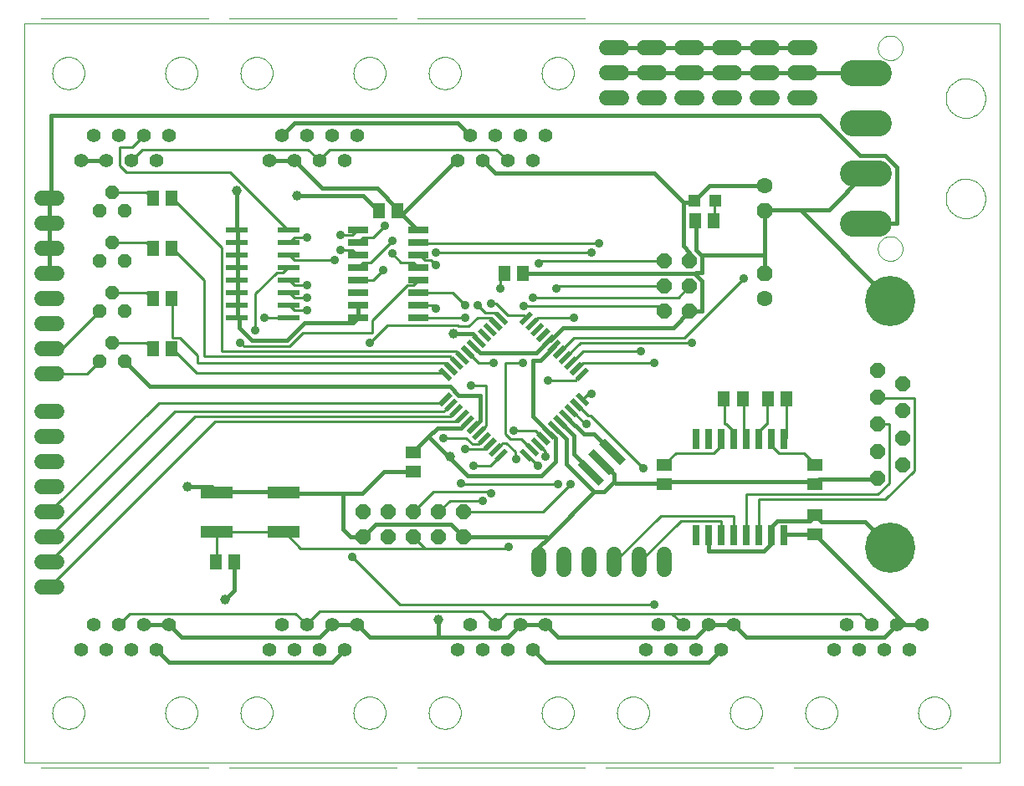
<source format=gtl>
G75*
%MOIN*%
%OFA0B0*%
%FSLAX24Y24*%
%IPPOS*%
%LPD*%
%AMOC8*
5,1,8,0,0,1.08239X$1,22.5*
%
%ADD10C,0.0000*%
%ADD11R,0.1181X0.0315*%
%ADD12R,0.0260X0.0800*%
%ADD13R,0.0591X0.0512*%
%ADD14R,0.0512X0.0591*%
%ADD15OC8,0.0600*%
%ADD16C,0.1024*%
%ADD17R,0.0800X0.0260*%
%ADD18R,0.1260X0.0472*%
%ADD19C,0.0004*%
%ADD20C,0.0554*%
%ADD21C,0.2000*%
%ADD22C,0.0600*%
%ADD23OC8,0.0630*%
%ADD24C,0.0630*%
%ADD25R,0.0591X0.0197*%
%ADD26R,0.0197X0.0591*%
%ADD27OC8,0.0520*%
%ADD28R,0.0866X0.0236*%
%ADD29R,0.0472X0.0472*%
%ADD30C,0.0160*%
%ADD31C,0.0396*%
%ADD32C,0.0100*%
%ADD33C,0.0357*%
D10*
X000150Y001204D02*
X000150Y030700D01*
X039020Y030700D01*
X039020Y001204D01*
X000150Y001204D01*
X001260Y003204D02*
X001262Y003254D01*
X001268Y003304D01*
X001278Y003353D01*
X001291Y003402D01*
X001309Y003449D01*
X001330Y003495D01*
X001354Y003538D01*
X001382Y003580D01*
X001413Y003620D01*
X001447Y003657D01*
X001484Y003691D01*
X001524Y003722D01*
X001566Y003750D01*
X001609Y003774D01*
X001655Y003795D01*
X001702Y003813D01*
X001751Y003826D01*
X001800Y003836D01*
X001850Y003842D01*
X001900Y003844D01*
X001950Y003842D01*
X002000Y003836D01*
X002049Y003826D01*
X002098Y003813D01*
X002145Y003795D01*
X002191Y003774D01*
X002234Y003750D01*
X002276Y003722D01*
X002316Y003691D01*
X002353Y003657D01*
X002387Y003620D01*
X002418Y003580D01*
X002446Y003538D01*
X002470Y003495D01*
X002491Y003449D01*
X002509Y003402D01*
X002522Y003353D01*
X002532Y003304D01*
X002538Y003254D01*
X002540Y003204D01*
X002538Y003154D01*
X002532Y003104D01*
X002522Y003055D01*
X002509Y003006D01*
X002491Y002959D01*
X002470Y002913D01*
X002446Y002870D01*
X002418Y002828D01*
X002387Y002788D01*
X002353Y002751D01*
X002316Y002717D01*
X002276Y002686D01*
X002234Y002658D01*
X002191Y002634D01*
X002145Y002613D01*
X002098Y002595D01*
X002049Y002582D01*
X002000Y002572D01*
X001950Y002566D01*
X001900Y002564D01*
X001850Y002566D01*
X001800Y002572D01*
X001751Y002582D01*
X001702Y002595D01*
X001655Y002613D01*
X001609Y002634D01*
X001566Y002658D01*
X001524Y002686D01*
X001484Y002717D01*
X001447Y002751D01*
X001413Y002788D01*
X001382Y002828D01*
X001354Y002870D01*
X001330Y002913D01*
X001309Y002959D01*
X001291Y003006D01*
X001278Y003055D01*
X001268Y003104D01*
X001262Y003154D01*
X001260Y003204D01*
X005760Y003204D02*
X005762Y003254D01*
X005768Y003304D01*
X005778Y003353D01*
X005791Y003402D01*
X005809Y003449D01*
X005830Y003495D01*
X005854Y003538D01*
X005882Y003580D01*
X005913Y003620D01*
X005947Y003657D01*
X005984Y003691D01*
X006024Y003722D01*
X006066Y003750D01*
X006109Y003774D01*
X006155Y003795D01*
X006202Y003813D01*
X006251Y003826D01*
X006300Y003836D01*
X006350Y003842D01*
X006400Y003844D01*
X006450Y003842D01*
X006500Y003836D01*
X006549Y003826D01*
X006598Y003813D01*
X006645Y003795D01*
X006691Y003774D01*
X006734Y003750D01*
X006776Y003722D01*
X006816Y003691D01*
X006853Y003657D01*
X006887Y003620D01*
X006918Y003580D01*
X006946Y003538D01*
X006970Y003495D01*
X006991Y003449D01*
X007009Y003402D01*
X007022Y003353D01*
X007032Y003304D01*
X007038Y003254D01*
X007040Y003204D01*
X007038Y003154D01*
X007032Y003104D01*
X007022Y003055D01*
X007009Y003006D01*
X006991Y002959D01*
X006970Y002913D01*
X006946Y002870D01*
X006918Y002828D01*
X006887Y002788D01*
X006853Y002751D01*
X006816Y002717D01*
X006776Y002686D01*
X006734Y002658D01*
X006691Y002634D01*
X006645Y002613D01*
X006598Y002595D01*
X006549Y002582D01*
X006500Y002572D01*
X006450Y002566D01*
X006400Y002564D01*
X006350Y002566D01*
X006300Y002572D01*
X006251Y002582D01*
X006202Y002595D01*
X006155Y002613D01*
X006109Y002634D01*
X006066Y002658D01*
X006024Y002686D01*
X005984Y002717D01*
X005947Y002751D01*
X005913Y002788D01*
X005882Y002828D01*
X005854Y002870D01*
X005830Y002913D01*
X005809Y002959D01*
X005791Y003006D01*
X005778Y003055D01*
X005768Y003104D01*
X005762Y003154D01*
X005760Y003204D01*
X008760Y003204D02*
X008762Y003254D01*
X008768Y003304D01*
X008778Y003353D01*
X008791Y003402D01*
X008809Y003449D01*
X008830Y003495D01*
X008854Y003538D01*
X008882Y003580D01*
X008913Y003620D01*
X008947Y003657D01*
X008984Y003691D01*
X009024Y003722D01*
X009066Y003750D01*
X009109Y003774D01*
X009155Y003795D01*
X009202Y003813D01*
X009251Y003826D01*
X009300Y003836D01*
X009350Y003842D01*
X009400Y003844D01*
X009450Y003842D01*
X009500Y003836D01*
X009549Y003826D01*
X009598Y003813D01*
X009645Y003795D01*
X009691Y003774D01*
X009734Y003750D01*
X009776Y003722D01*
X009816Y003691D01*
X009853Y003657D01*
X009887Y003620D01*
X009918Y003580D01*
X009946Y003538D01*
X009970Y003495D01*
X009991Y003449D01*
X010009Y003402D01*
X010022Y003353D01*
X010032Y003304D01*
X010038Y003254D01*
X010040Y003204D01*
X010038Y003154D01*
X010032Y003104D01*
X010022Y003055D01*
X010009Y003006D01*
X009991Y002959D01*
X009970Y002913D01*
X009946Y002870D01*
X009918Y002828D01*
X009887Y002788D01*
X009853Y002751D01*
X009816Y002717D01*
X009776Y002686D01*
X009734Y002658D01*
X009691Y002634D01*
X009645Y002613D01*
X009598Y002595D01*
X009549Y002582D01*
X009500Y002572D01*
X009450Y002566D01*
X009400Y002564D01*
X009350Y002566D01*
X009300Y002572D01*
X009251Y002582D01*
X009202Y002595D01*
X009155Y002613D01*
X009109Y002634D01*
X009066Y002658D01*
X009024Y002686D01*
X008984Y002717D01*
X008947Y002751D01*
X008913Y002788D01*
X008882Y002828D01*
X008854Y002870D01*
X008830Y002913D01*
X008809Y002959D01*
X008791Y003006D01*
X008778Y003055D01*
X008768Y003104D01*
X008762Y003154D01*
X008760Y003204D01*
X013260Y003204D02*
X013262Y003254D01*
X013268Y003304D01*
X013278Y003353D01*
X013291Y003402D01*
X013309Y003449D01*
X013330Y003495D01*
X013354Y003538D01*
X013382Y003580D01*
X013413Y003620D01*
X013447Y003657D01*
X013484Y003691D01*
X013524Y003722D01*
X013566Y003750D01*
X013609Y003774D01*
X013655Y003795D01*
X013702Y003813D01*
X013751Y003826D01*
X013800Y003836D01*
X013850Y003842D01*
X013900Y003844D01*
X013950Y003842D01*
X014000Y003836D01*
X014049Y003826D01*
X014098Y003813D01*
X014145Y003795D01*
X014191Y003774D01*
X014234Y003750D01*
X014276Y003722D01*
X014316Y003691D01*
X014353Y003657D01*
X014387Y003620D01*
X014418Y003580D01*
X014446Y003538D01*
X014470Y003495D01*
X014491Y003449D01*
X014509Y003402D01*
X014522Y003353D01*
X014532Y003304D01*
X014538Y003254D01*
X014540Y003204D01*
X014538Y003154D01*
X014532Y003104D01*
X014522Y003055D01*
X014509Y003006D01*
X014491Y002959D01*
X014470Y002913D01*
X014446Y002870D01*
X014418Y002828D01*
X014387Y002788D01*
X014353Y002751D01*
X014316Y002717D01*
X014276Y002686D01*
X014234Y002658D01*
X014191Y002634D01*
X014145Y002613D01*
X014098Y002595D01*
X014049Y002582D01*
X014000Y002572D01*
X013950Y002566D01*
X013900Y002564D01*
X013850Y002566D01*
X013800Y002572D01*
X013751Y002582D01*
X013702Y002595D01*
X013655Y002613D01*
X013609Y002634D01*
X013566Y002658D01*
X013524Y002686D01*
X013484Y002717D01*
X013447Y002751D01*
X013413Y002788D01*
X013382Y002828D01*
X013354Y002870D01*
X013330Y002913D01*
X013309Y002959D01*
X013291Y003006D01*
X013278Y003055D01*
X013268Y003104D01*
X013262Y003154D01*
X013260Y003204D01*
X016260Y003204D02*
X016262Y003254D01*
X016268Y003304D01*
X016278Y003353D01*
X016291Y003402D01*
X016309Y003449D01*
X016330Y003495D01*
X016354Y003538D01*
X016382Y003580D01*
X016413Y003620D01*
X016447Y003657D01*
X016484Y003691D01*
X016524Y003722D01*
X016566Y003750D01*
X016609Y003774D01*
X016655Y003795D01*
X016702Y003813D01*
X016751Y003826D01*
X016800Y003836D01*
X016850Y003842D01*
X016900Y003844D01*
X016950Y003842D01*
X017000Y003836D01*
X017049Y003826D01*
X017098Y003813D01*
X017145Y003795D01*
X017191Y003774D01*
X017234Y003750D01*
X017276Y003722D01*
X017316Y003691D01*
X017353Y003657D01*
X017387Y003620D01*
X017418Y003580D01*
X017446Y003538D01*
X017470Y003495D01*
X017491Y003449D01*
X017509Y003402D01*
X017522Y003353D01*
X017532Y003304D01*
X017538Y003254D01*
X017540Y003204D01*
X017538Y003154D01*
X017532Y003104D01*
X017522Y003055D01*
X017509Y003006D01*
X017491Y002959D01*
X017470Y002913D01*
X017446Y002870D01*
X017418Y002828D01*
X017387Y002788D01*
X017353Y002751D01*
X017316Y002717D01*
X017276Y002686D01*
X017234Y002658D01*
X017191Y002634D01*
X017145Y002613D01*
X017098Y002595D01*
X017049Y002582D01*
X017000Y002572D01*
X016950Y002566D01*
X016900Y002564D01*
X016850Y002566D01*
X016800Y002572D01*
X016751Y002582D01*
X016702Y002595D01*
X016655Y002613D01*
X016609Y002634D01*
X016566Y002658D01*
X016524Y002686D01*
X016484Y002717D01*
X016447Y002751D01*
X016413Y002788D01*
X016382Y002828D01*
X016354Y002870D01*
X016330Y002913D01*
X016309Y002959D01*
X016291Y003006D01*
X016278Y003055D01*
X016268Y003104D01*
X016262Y003154D01*
X016260Y003204D01*
X020760Y003204D02*
X020762Y003254D01*
X020768Y003304D01*
X020778Y003353D01*
X020791Y003402D01*
X020809Y003449D01*
X020830Y003495D01*
X020854Y003538D01*
X020882Y003580D01*
X020913Y003620D01*
X020947Y003657D01*
X020984Y003691D01*
X021024Y003722D01*
X021066Y003750D01*
X021109Y003774D01*
X021155Y003795D01*
X021202Y003813D01*
X021251Y003826D01*
X021300Y003836D01*
X021350Y003842D01*
X021400Y003844D01*
X021450Y003842D01*
X021500Y003836D01*
X021549Y003826D01*
X021598Y003813D01*
X021645Y003795D01*
X021691Y003774D01*
X021734Y003750D01*
X021776Y003722D01*
X021816Y003691D01*
X021853Y003657D01*
X021887Y003620D01*
X021918Y003580D01*
X021946Y003538D01*
X021970Y003495D01*
X021991Y003449D01*
X022009Y003402D01*
X022022Y003353D01*
X022032Y003304D01*
X022038Y003254D01*
X022040Y003204D01*
X022038Y003154D01*
X022032Y003104D01*
X022022Y003055D01*
X022009Y003006D01*
X021991Y002959D01*
X021970Y002913D01*
X021946Y002870D01*
X021918Y002828D01*
X021887Y002788D01*
X021853Y002751D01*
X021816Y002717D01*
X021776Y002686D01*
X021734Y002658D01*
X021691Y002634D01*
X021645Y002613D01*
X021598Y002595D01*
X021549Y002582D01*
X021500Y002572D01*
X021450Y002566D01*
X021400Y002564D01*
X021350Y002566D01*
X021300Y002572D01*
X021251Y002582D01*
X021202Y002595D01*
X021155Y002613D01*
X021109Y002634D01*
X021066Y002658D01*
X021024Y002686D01*
X020984Y002717D01*
X020947Y002751D01*
X020913Y002788D01*
X020882Y002828D01*
X020854Y002870D01*
X020830Y002913D01*
X020809Y002959D01*
X020791Y003006D01*
X020778Y003055D01*
X020768Y003104D01*
X020762Y003154D01*
X020760Y003204D01*
X023760Y003204D02*
X023762Y003254D01*
X023768Y003304D01*
X023778Y003353D01*
X023791Y003402D01*
X023809Y003449D01*
X023830Y003495D01*
X023854Y003538D01*
X023882Y003580D01*
X023913Y003620D01*
X023947Y003657D01*
X023984Y003691D01*
X024024Y003722D01*
X024066Y003750D01*
X024109Y003774D01*
X024155Y003795D01*
X024202Y003813D01*
X024251Y003826D01*
X024300Y003836D01*
X024350Y003842D01*
X024400Y003844D01*
X024450Y003842D01*
X024500Y003836D01*
X024549Y003826D01*
X024598Y003813D01*
X024645Y003795D01*
X024691Y003774D01*
X024734Y003750D01*
X024776Y003722D01*
X024816Y003691D01*
X024853Y003657D01*
X024887Y003620D01*
X024918Y003580D01*
X024946Y003538D01*
X024970Y003495D01*
X024991Y003449D01*
X025009Y003402D01*
X025022Y003353D01*
X025032Y003304D01*
X025038Y003254D01*
X025040Y003204D01*
X025038Y003154D01*
X025032Y003104D01*
X025022Y003055D01*
X025009Y003006D01*
X024991Y002959D01*
X024970Y002913D01*
X024946Y002870D01*
X024918Y002828D01*
X024887Y002788D01*
X024853Y002751D01*
X024816Y002717D01*
X024776Y002686D01*
X024734Y002658D01*
X024691Y002634D01*
X024645Y002613D01*
X024598Y002595D01*
X024549Y002582D01*
X024500Y002572D01*
X024450Y002566D01*
X024400Y002564D01*
X024350Y002566D01*
X024300Y002572D01*
X024251Y002582D01*
X024202Y002595D01*
X024155Y002613D01*
X024109Y002634D01*
X024066Y002658D01*
X024024Y002686D01*
X023984Y002717D01*
X023947Y002751D01*
X023913Y002788D01*
X023882Y002828D01*
X023854Y002870D01*
X023830Y002913D01*
X023809Y002959D01*
X023791Y003006D01*
X023778Y003055D01*
X023768Y003104D01*
X023762Y003154D01*
X023760Y003204D01*
X028260Y003204D02*
X028262Y003254D01*
X028268Y003304D01*
X028278Y003353D01*
X028291Y003402D01*
X028309Y003449D01*
X028330Y003495D01*
X028354Y003538D01*
X028382Y003580D01*
X028413Y003620D01*
X028447Y003657D01*
X028484Y003691D01*
X028524Y003722D01*
X028566Y003750D01*
X028609Y003774D01*
X028655Y003795D01*
X028702Y003813D01*
X028751Y003826D01*
X028800Y003836D01*
X028850Y003842D01*
X028900Y003844D01*
X028950Y003842D01*
X029000Y003836D01*
X029049Y003826D01*
X029098Y003813D01*
X029145Y003795D01*
X029191Y003774D01*
X029234Y003750D01*
X029276Y003722D01*
X029316Y003691D01*
X029353Y003657D01*
X029387Y003620D01*
X029418Y003580D01*
X029446Y003538D01*
X029470Y003495D01*
X029491Y003449D01*
X029509Y003402D01*
X029522Y003353D01*
X029532Y003304D01*
X029538Y003254D01*
X029540Y003204D01*
X029538Y003154D01*
X029532Y003104D01*
X029522Y003055D01*
X029509Y003006D01*
X029491Y002959D01*
X029470Y002913D01*
X029446Y002870D01*
X029418Y002828D01*
X029387Y002788D01*
X029353Y002751D01*
X029316Y002717D01*
X029276Y002686D01*
X029234Y002658D01*
X029191Y002634D01*
X029145Y002613D01*
X029098Y002595D01*
X029049Y002582D01*
X029000Y002572D01*
X028950Y002566D01*
X028900Y002564D01*
X028850Y002566D01*
X028800Y002572D01*
X028751Y002582D01*
X028702Y002595D01*
X028655Y002613D01*
X028609Y002634D01*
X028566Y002658D01*
X028524Y002686D01*
X028484Y002717D01*
X028447Y002751D01*
X028413Y002788D01*
X028382Y002828D01*
X028354Y002870D01*
X028330Y002913D01*
X028309Y002959D01*
X028291Y003006D01*
X028278Y003055D01*
X028268Y003104D01*
X028262Y003154D01*
X028260Y003204D01*
X031260Y003204D02*
X031262Y003254D01*
X031268Y003304D01*
X031278Y003353D01*
X031291Y003402D01*
X031309Y003449D01*
X031330Y003495D01*
X031354Y003538D01*
X031382Y003580D01*
X031413Y003620D01*
X031447Y003657D01*
X031484Y003691D01*
X031524Y003722D01*
X031566Y003750D01*
X031609Y003774D01*
X031655Y003795D01*
X031702Y003813D01*
X031751Y003826D01*
X031800Y003836D01*
X031850Y003842D01*
X031900Y003844D01*
X031950Y003842D01*
X032000Y003836D01*
X032049Y003826D01*
X032098Y003813D01*
X032145Y003795D01*
X032191Y003774D01*
X032234Y003750D01*
X032276Y003722D01*
X032316Y003691D01*
X032353Y003657D01*
X032387Y003620D01*
X032418Y003580D01*
X032446Y003538D01*
X032470Y003495D01*
X032491Y003449D01*
X032509Y003402D01*
X032522Y003353D01*
X032532Y003304D01*
X032538Y003254D01*
X032540Y003204D01*
X032538Y003154D01*
X032532Y003104D01*
X032522Y003055D01*
X032509Y003006D01*
X032491Y002959D01*
X032470Y002913D01*
X032446Y002870D01*
X032418Y002828D01*
X032387Y002788D01*
X032353Y002751D01*
X032316Y002717D01*
X032276Y002686D01*
X032234Y002658D01*
X032191Y002634D01*
X032145Y002613D01*
X032098Y002595D01*
X032049Y002582D01*
X032000Y002572D01*
X031950Y002566D01*
X031900Y002564D01*
X031850Y002566D01*
X031800Y002572D01*
X031751Y002582D01*
X031702Y002595D01*
X031655Y002613D01*
X031609Y002634D01*
X031566Y002658D01*
X031524Y002686D01*
X031484Y002717D01*
X031447Y002751D01*
X031413Y002788D01*
X031382Y002828D01*
X031354Y002870D01*
X031330Y002913D01*
X031309Y002959D01*
X031291Y003006D01*
X031278Y003055D01*
X031268Y003104D01*
X031262Y003154D01*
X031260Y003204D01*
X035760Y003204D02*
X035762Y003254D01*
X035768Y003304D01*
X035778Y003353D01*
X035791Y003402D01*
X035809Y003449D01*
X035830Y003495D01*
X035854Y003538D01*
X035882Y003580D01*
X035913Y003620D01*
X035947Y003657D01*
X035984Y003691D01*
X036024Y003722D01*
X036066Y003750D01*
X036109Y003774D01*
X036155Y003795D01*
X036202Y003813D01*
X036251Y003826D01*
X036300Y003836D01*
X036350Y003842D01*
X036400Y003844D01*
X036450Y003842D01*
X036500Y003836D01*
X036549Y003826D01*
X036598Y003813D01*
X036645Y003795D01*
X036691Y003774D01*
X036734Y003750D01*
X036776Y003722D01*
X036816Y003691D01*
X036853Y003657D01*
X036887Y003620D01*
X036918Y003580D01*
X036946Y003538D01*
X036970Y003495D01*
X036991Y003449D01*
X037009Y003402D01*
X037022Y003353D01*
X037032Y003304D01*
X037038Y003254D01*
X037040Y003204D01*
X037038Y003154D01*
X037032Y003104D01*
X037022Y003055D01*
X037009Y003006D01*
X036991Y002959D01*
X036970Y002913D01*
X036946Y002870D01*
X036918Y002828D01*
X036887Y002788D01*
X036853Y002751D01*
X036816Y002717D01*
X036776Y002686D01*
X036734Y002658D01*
X036691Y002634D01*
X036645Y002613D01*
X036598Y002595D01*
X036549Y002582D01*
X036500Y002572D01*
X036450Y002566D01*
X036400Y002564D01*
X036350Y002566D01*
X036300Y002572D01*
X036251Y002582D01*
X036202Y002595D01*
X036155Y002613D01*
X036109Y002634D01*
X036066Y002658D01*
X036024Y002686D01*
X035984Y002717D01*
X035947Y002751D01*
X035913Y002788D01*
X035882Y002828D01*
X035854Y002870D01*
X035830Y002913D01*
X035809Y002959D01*
X035791Y003006D01*
X035778Y003055D01*
X035768Y003104D01*
X035762Y003154D01*
X035760Y003204D01*
X034158Y021704D02*
X034160Y021748D01*
X034166Y021792D01*
X034176Y021835D01*
X034189Y021877D01*
X034207Y021917D01*
X034228Y021956D01*
X034252Y021993D01*
X034279Y022028D01*
X034310Y022060D01*
X034343Y022089D01*
X034379Y022115D01*
X034417Y022137D01*
X034457Y022156D01*
X034498Y022172D01*
X034541Y022184D01*
X034584Y022192D01*
X034628Y022196D01*
X034672Y022196D01*
X034716Y022192D01*
X034759Y022184D01*
X034802Y022172D01*
X034843Y022156D01*
X034883Y022137D01*
X034921Y022115D01*
X034957Y022089D01*
X034990Y022060D01*
X035021Y022028D01*
X035048Y021993D01*
X035072Y021956D01*
X035093Y021917D01*
X035111Y021877D01*
X035124Y021835D01*
X035134Y021792D01*
X035140Y021748D01*
X035142Y021704D01*
X035140Y021660D01*
X035134Y021616D01*
X035124Y021573D01*
X035111Y021531D01*
X035093Y021491D01*
X035072Y021452D01*
X035048Y021415D01*
X035021Y021380D01*
X034990Y021348D01*
X034957Y021319D01*
X034921Y021293D01*
X034883Y021271D01*
X034843Y021252D01*
X034802Y021236D01*
X034759Y021224D01*
X034716Y021216D01*
X034672Y021212D01*
X034628Y021212D01*
X034584Y021216D01*
X034541Y021224D01*
X034498Y021236D01*
X034457Y021252D01*
X034417Y021271D01*
X034379Y021293D01*
X034343Y021319D01*
X034310Y021348D01*
X034279Y021380D01*
X034252Y021415D01*
X034228Y021452D01*
X034207Y021491D01*
X034189Y021531D01*
X034176Y021573D01*
X034166Y021616D01*
X034160Y021660D01*
X034158Y021704D01*
X036863Y023704D02*
X036865Y023760D01*
X036871Y023815D01*
X036881Y023869D01*
X036894Y023923D01*
X036912Y023976D01*
X036933Y024027D01*
X036957Y024077D01*
X036985Y024125D01*
X037017Y024171D01*
X037051Y024215D01*
X037089Y024256D01*
X037129Y024294D01*
X037172Y024329D01*
X037217Y024361D01*
X037265Y024390D01*
X037314Y024416D01*
X037365Y024438D01*
X037417Y024456D01*
X037471Y024470D01*
X037526Y024481D01*
X037581Y024488D01*
X037636Y024491D01*
X037692Y024490D01*
X037747Y024485D01*
X037802Y024476D01*
X037856Y024464D01*
X037909Y024447D01*
X037961Y024427D01*
X038011Y024403D01*
X038059Y024376D01*
X038106Y024346D01*
X038150Y024312D01*
X038192Y024275D01*
X038230Y024235D01*
X038267Y024193D01*
X038300Y024148D01*
X038329Y024102D01*
X038356Y024053D01*
X038378Y024002D01*
X038398Y023950D01*
X038413Y023896D01*
X038425Y023842D01*
X038433Y023787D01*
X038437Y023732D01*
X038437Y023676D01*
X038433Y023621D01*
X038425Y023566D01*
X038413Y023512D01*
X038398Y023458D01*
X038378Y023406D01*
X038356Y023355D01*
X038329Y023306D01*
X038300Y023260D01*
X038267Y023215D01*
X038230Y023173D01*
X038192Y023133D01*
X038150Y023096D01*
X038106Y023062D01*
X038059Y023032D01*
X038011Y023005D01*
X037961Y022981D01*
X037909Y022961D01*
X037856Y022944D01*
X037802Y022932D01*
X037747Y022923D01*
X037692Y022918D01*
X037636Y022917D01*
X037581Y022920D01*
X037526Y022927D01*
X037471Y022938D01*
X037417Y022952D01*
X037365Y022970D01*
X037314Y022992D01*
X037265Y023018D01*
X037217Y023047D01*
X037172Y023079D01*
X037129Y023114D01*
X037089Y023152D01*
X037051Y023193D01*
X037017Y023237D01*
X036985Y023283D01*
X036957Y023331D01*
X036933Y023381D01*
X036912Y023432D01*
X036894Y023485D01*
X036881Y023539D01*
X036871Y023593D01*
X036865Y023648D01*
X036863Y023704D01*
X036863Y027704D02*
X036865Y027760D01*
X036871Y027815D01*
X036881Y027869D01*
X036894Y027923D01*
X036912Y027976D01*
X036933Y028027D01*
X036957Y028077D01*
X036985Y028125D01*
X037017Y028171D01*
X037051Y028215D01*
X037089Y028256D01*
X037129Y028294D01*
X037172Y028329D01*
X037217Y028361D01*
X037265Y028390D01*
X037314Y028416D01*
X037365Y028438D01*
X037417Y028456D01*
X037471Y028470D01*
X037526Y028481D01*
X037581Y028488D01*
X037636Y028491D01*
X037692Y028490D01*
X037747Y028485D01*
X037802Y028476D01*
X037856Y028464D01*
X037909Y028447D01*
X037961Y028427D01*
X038011Y028403D01*
X038059Y028376D01*
X038106Y028346D01*
X038150Y028312D01*
X038192Y028275D01*
X038230Y028235D01*
X038267Y028193D01*
X038300Y028148D01*
X038329Y028102D01*
X038356Y028053D01*
X038378Y028002D01*
X038398Y027950D01*
X038413Y027896D01*
X038425Y027842D01*
X038433Y027787D01*
X038437Y027732D01*
X038437Y027676D01*
X038433Y027621D01*
X038425Y027566D01*
X038413Y027512D01*
X038398Y027458D01*
X038378Y027406D01*
X038356Y027355D01*
X038329Y027306D01*
X038300Y027260D01*
X038267Y027215D01*
X038230Y027173D01*
X038192Y027133D01*
X038150Y027096D01*
X038106Y027062D01*
X038059Y027032D01*
X038011Y027005D01*
X037961Y026981D01*
X037909Y026961D01*
X037856Y026944D01*
X037802Y026932D01*
X037747Y026923D01*
X037692Y026918D01*
X037636Y026917D01*
X037581Y026920D01*
X037526Y026927D01*
X037471Y026938D01*
X037417Y026952D01*
X037365Y026970D01*
X037314Y026992D01*
X037265Y027018D01*
X037217Y027047D01*
X037172Y027079D01*
X037129Y027114D01*
X037089Y027152D01*
X037051Y027193D01*
X037017Y027237D01*
X036985Y027283D01*
X036957Y027331D01*
X036933Y027381D01*
X036912Y027432D01*
X036894Y027485D01*
X036881Y027539D01*
X036871Y027593D01*
X036865Y027648D01*
X036863Y027704D01*
X034158Y029704D02*
X034160Y029748D01*
X034166Y029792D01*
X034176Y029835D01*
X034189Y029877D01*
X034207Y029917D01*
X034228Y029956D01*
X034252Y029993D01*
X034279Y030028D01*
X034310Y030060D01*
X034343Y030089D01*
X034379Y030115D01*
X034417Y030137D01*
X034457Y030156D01*
X034498Y030172D01*
X034541Y030184D01*
X034584Y030192D01*
X034628Y030196D01*
X034672Y030196D01*
X034716Y030192D01*
X034759Y030184D01*
X034802Y030172D01*
X034843Y030156D01*
X034883Y030137D01*
X034921Y030115D01*
X034957Y030089D01*
X034990Y030060D01*
X035021Y030028D01*
X035048Y029993D01*
X035072Y029956D01*
X035093Y029917D01*
X035111Y029877D01*
X035124Y029835D01*
X035134Y029792D01*
X035140Y029748D01*
X035142Y029704D01*
X035140Y029660D01*
X035134Y029616D01*
X035124Y029573D01*
X035111Y029531D01*
X035093Y029491D01*
X035072Y029452D01*
X035048Y029415D01*
X035021Y029380D01*
X034990Y029348D01*
X034957Y029319D01*
X034921Y029293D01*
X034883Y029271D01*
X034843Y029252D01*
X034802Y029236D01*
X034759Y029224D01*
X034716Y029216D01*
X034672Y029212D01*
X034628Y029212D01*
X034584Y029216D01*
X034541Y029224D01*
X034498Y029236D01*
X034457Y029252D01*
X034417Y029271D01*
X034379Y029293D01*
X034343Y029319D01*
X034310Y029348D01*
X034279Y029380D01*
X034252Y029415D01*
X034228Y029452D01*
X034207Y029491D01*
X034189Y029531D01*
X034176Y029573D01*
X034166Y029616D01*
X034160Y029660D01*
X034158Y029704D01*
X020760Y028704D02*
X020762Y028754D01*
X020768Y028804D01*
X020778Y028853D01*
X020791Y028902D01*
X020809Y028949D01*
X020830Y028995D01*
X020854Y029038D01*
X020882Y029080D01*
X020913Y029120D01*
X020947Y029157D01*
X020984Y029191D01*
X021024Y029222D01*
X021066Y029250D01*
X021109Y029274D01*
X021155Y029295D01*
X021202Y029313D01*
X021251Y029326D01*
X021300Y029336D01*
X021350Y029342D01*
X021400Y029344D01*
X021450Y029342D01*
X021500Y029336D01*
X021549Y029326D01*
X021598Y029313D01*
X021645Y029295D01*
X021691Y029274D01*
X021734Y029250D01*
X021776Y029222D01*
X021816Y029191D01*
X021853Y029157D01*
X021887Y029120D01*
X021918Y029080D01*
X021946Y029038D01*
X021970Y028995D01*
X021991Y028949D01*
X022009Y028902D01*
X022022Y028853D01*
X022032Y028804D01*
X022038Y028754D01*
X022040Y028704D01*
X022038Y028654D01*
X022032Y028604D01*
X022022Y028555D01*
X022009Y028506D01*
X021991Y028459D01*
X021970Y028413D01*
X021946Y028370D01*
X021918Y028328D01*
X021887Y028288D01*
X021853Y028251D01*
X021816Y028217D01*
X021776Y028186D01*
X021734Y028158D01*
X021691Y028134D01*
X021645Y028113D01*
X021598Y028095D01*
X021549Y028082D01*
X021500Y028072D01*
X021450Y028066D01*
X021400Y028064D01*
X021350Y028066D01*
X021300Y028072D01*
X021251Y028082D01*
X021202Y028095D01*
X021155Y028113D01*
X021109Y028134D01*
X021066Y028158D01*
X021024Y028186D01*
X020984Y028217D01*
X020947Y028251D01*
X020913Y028288D01*
X020882Y028328D01*
X020854Y028370D01*
X020830Y028413D01*
X020809Y028459D01*
X020791Y028506D01*
X020778Y028555D01*
X020768Y028604D01*
X020762Y028654D01*
X020760Y028704D01*
X016260Y028704D02*
X016262Y028754D01*
X016268Y028804D01*
X016278Y028853D01*
X016291Y028902D01*
X016309Y028949D01*
X016330Y028995D01*
X016354Y029038D01*
X016382Y029080D01*
X016413Y029120D01*
X016447Y029157D01*
X016484Y029191D01*
X016524Y029222D01*
X016566Y029250D01*
X016609Y029274D01*
X016655Y029295D01*
X016702Y029313D01*
X016751Y029326D01*
X016800Y029336D01*
X016850Y029342D01*
X016900Y029344D01*
X016950Y029342D01*
X017000Y029336D01*
X017049Y029326D01*
X017098Y029313D01*
X017145Y029295D01*
X017191Y029274D01*
X017234Y029250D01*
X017276Y029222D01*
X017316Y029191D01*
X017353Y029157D01*
X017387Y029120D01*
X017418Y029080D01*
X017446Y029038D01*
X017470Y028995D01*
X017491Y028949D01*
X017509Y028902D01*
X017522Y028853D01*
X017532Y028804D01*
X017538Y028754D01*
X017540Y028704D01*
X017538Y028654D01*
X017532Y028604D01*
X017522Y028555D01*
X017509Y028506D01*
X017491Y028459D01*
X017470Y028413D01*
X017446Y028370D01*
X017418Y028328D01*
X017387Y028288D01*
X017353Y028251D01*
X017316Y028217D01*
X017276Y028186D01*
X017234Y028158D01*
X017191Y028134D01*
X017145Y028113D01*
X017098Y028095D01*
X017049Y028082D01*
X017000Y028072D01*
X016950Y028066D01*
X016900Y028064D01*
X016850Y028066D01*
X016800Y028072D01*
X016751Y028082D01*
X016702Y028095D01*
X016655Y028113D01*
X016609Y028134D01*
X016566Y028158D01*
X016524Y028186D01*
X016484Y028217D01*
X016447Y028251D01*
X016413Y028288D01*
X016382Y028328D01*
X016354Y028370D01*
X016330Y028413D01*
X016309Y028459D01*
X016291Y028506D01*
X016278Y028555D01*
X016268Y028604D01*
X016262Y028654D01*
X016260Y028704D01*
X013260Y028704D02*
X013262Y028754D01*
X013268Y028804D01*
X013278Y028853D01*
X013291Y028902D01*
X013309Y028949D01*
X013330Y028995D01*
X013354Y029038D01*
X013382Y029080D01*
X013413Y029120D01*
X013447Y029157D01*
X013484Y029191D01*
X013524Y029222D01*
X013566Y029250D01*
X013609Y029274D01*
X013655Y029295D01*
X013702Y029313D01*
X013751Y029326D01*
X013800Y029336D01*
X013850Y029342D01*
X013900Y029344D01*
X013950Y029342D01*
X014000Y029336D01*
X014049Y029326D01*
X014098Y029313D01*
X014145Y029295D01*
X014191Y029274D01*
X014234Y029250D01*
X014276Y029222D01*
X014316Y029191D01*
X014353Y029157D01*
X014387Y029120D01*
X014418Y029080D01*
X014446Y029038D01*
X014470Y028995D01*
X014491Y028949D01*
X014509Y028902D01*
X014522Y028853D01*
X014532Y028804D01*
X014538Y028754D01*
X014540Y028704D01*
X014538Y028654D01*
X014532Y028604D01*
X014522Y028555D01*
X014509Y028506D01*
X014491Y028459D01*
X014470Y028413D01*
X014446Y028370D01*
X014418Y028328D01*
X014387Y028288D01*
X014353Y028251D01*
X014316Y028217D01*
X014276Y028186D01*
X014234Y028158D01*
X014191Y028134D01*
X014145Y028113D01*
X014098Y028095D01*
X014049Y028082D01*
X014000Y028072D01*
X013950Y028066D01*
X013900Y028064D01*
X013850Y028066D01*
X013800Y028072D01*
X013751Y028082D01*
X013702Y028095D01*
X013655Y028113D01*
X013609Y028134D01*
X013566Y028158D01*
X013524Y028186D01*
X013484Y028217D01*
X013447Y028251D01*
X013413Y028288D01*
X013382Y028328D01*
X013354Y028370D01*
X013330Y028413D01*
X013309Y028459D01*
X013291Y028506D01*
X013278Y028555D01*
X013268Y028604D01*
X013262Y028654D01*
X013260Y028704D01*
X008760Y028704D02*
X008762Y028754D01*
X008768Y028804D01*
X008778Y028853D01*
X008791Y028902D01*
X008809Y028949D01*
X008830Y028995D01*
X008854Y029038D01*
X008882Y029080D01*
X008913Y029120D01*
X008947Y029157D01*
X008984Y029191D01*
X009024Y029222D01*
X009066Y029250D01*
X009109Y029274D01*
X009155Y029295D01*
X009202Y029313D01*
X009251Y029326D01*
X009300Y029336D01*
X009350Y029342D01*
X009400Y029344D01*
X009450Y029342D01*
X009500Y029336D01*
X009549Y029326D01*
X009598Y029313D01*
X009645Y029295D01*
X009691Y029274D01*
X009734Y029250D01*
X009776Y029222D01*
X009816Y029191D01*
X009853Y029157D01*
X009887Y029120D01*
X009918Y029080D01*
X009946Y029038D01*
X009970Y028995D01*
X009991Y028949D01*
X010009Y028902D01*
X010022Y028853D01*
X010032Y028804D01*
X010038Y028754D01*
X010040Y028704D01*
X010038Y028654D01*
X010032Y028604D01*
X010022Y028555D01*
X010009Y028506D01*
X009991Y028459D01*
X009970Y028413D01*
X009946Y028370D01*
X009918Y028328D01*
X009887Y028288D01*
X009853Y028251D01*
X009816Y028217D01*
X009776Y028186D01*
X009734Y028158D01*
X009691Y028134D01*
X009645Y028113D01*
X009598Y028095D01*
X009549Y028082D01*
X009500Y028072D01*
X009450Y028066D01*
X009400Y028064D01*
X009350Y028066D01*
X009300Y028072D01*
X009251Y028082D01*
X009202Y028095D01*
X009155Y028113D01*
X009109Y028134D01*
X009066Y028158D01*
X009024Y028186D01*
X008984Y028217D01*
X008947Y028251D01*
X008913Y028288D01*
X008882Y028328D01*
X008854Y028370D01*
X008830Y028413D01*
X008809Y028459D01*
X008791Y028506D01*
X008778Y028555D01*
X008768Y028604D01*
X008762Y028654D01*
X008760Y028704D01*
X005760Y028704D02*
X005762Y028754D01*
X005768Y028804D01*
X005778Y028853D01*
X005791Y028902D01*
X005809Y028949D01*
X005830Y028995D01*
X005854Y029038D01*
X005882Y029080D01*
X005913Y029120D01*
X005947Y029157D01*
X005984Y029191D01*
X006024Y029222D01*
X006066Y029250D01*
X006109Y029274D01*
X006155Y029295D01*
X006202Y029313D01*
X006251Y029326D01*
X006300Y029336D01*
X006350Y029342D01*
X006400Y029344D01*
X006450Y029342D01*
X006500Y029336D01*
X006549Y029326D01*
X006598Y029313D01*
X006645Y029295D01*
X006691Y029274D01*
X006734Y029250D01*
X006776Y029222D01*
X006816Y029191D01*
X006853Y029157D01*
X006887Y029120D01*
X006918Y029080D01*
X006946Y029038D01*
X006970Y028995D01*
X006991Y028949D01*
X007009Y028902D01*
X007022Y028853D01*
X007032Y028804D01*
X007038Y028754D01*
X007040Y028704D01*
X007038Y028654D01*
X007032Y028604D01*
X007022Y028555D01*
X007009Y028506D01*
X006991Y028459D01*
X006970Y028413D01*
X006946Y028370D01*
X006918Y028328D01*
X006887Y028288D01*
X006853Y028251D01*
X006816Y028217D01*
X006776Y028186D01*
X006734Y028158D01*
X006691Y028134D01*
X006645Y028113D01*
X006598Y028095D01*
X006549Y028082D01*
X006500Y028072D01*
X006450Y028066D01*
X006400Y028064D01*
X006350Y028066D01*
X006300Y028072D01*
X006251Y028082D01*
X006202Y028095D01*
X006155Y028113D01*
X006109Y028134D01*
X006066Y028158D01*
X006024Y028186D01*
X005984Y028217D01*
X005947Y028251D01*
X005913Y028288D01*
X005882Y028328D01*
X005854Y028370D01*
X005830Y028413D01*
X005809Y028459D01*
X005791Y028506D01*
X005778Y028555D01*
X005768Y028604D01*
X005762Y028654D01*
X005760Y028704D01*
X001260Y028704D02*
X001262Y028754D01*
X001268Y028804D01*
X001278Y028853D01*
X001291Y028902D01*
X001309Y028949D01*
X001330Y028995D01*
X001354Y029038D01*
X001382Y029080D01*
X001413Y029120D01*
X001447Y029157D01*
X001484Y029191D01*
X001524Y029222D01*
X001566Y029250D01*
X001609Y029274D01*
X001655Y029295D01*
X001702Y029313D01*
X001751Y029326D01*
X001800Y029336D01*
X001850Y029342D01*
X001900Y029344D01*
X001950Y029342D01*
X002000Y029336D01*
X002049Y029326D01*
X002098Y029313D01*
X002145Y029295D01*
X002191Y029274D01*
X002234Y029250D01*
X002276Y029222D01*
X002316Y029191D01*
X002353Y029157D01*
X002387Y029120D01*
X002418Y029080D01*
X002446Y029038D01*
X002470Y028995D01*
X002491Y028949D01*
X002509Y028902D01*
X002522Y028853D01*
X002532Y028804D01*
X002538Y028754D01*
X002540Y028704D01*
X002538Y028654D01*
X002532Y028604D01*
X002522Y028555D01*
X002509Y028506D01*
X002491Y028459D01*
X002470Y028413D01*
X002446Y028370D01*
X002418Y028328D01*
X002387Y028288D01*
X002353Y028251D01*
X002316Y028217D01*
X002276Y028186D01*
X002234Y028158D01*
X002191Y028134D01*
X002145Y028113D01*
X002098Y028095D01*
X002049Y028082D01*
X002000Y028072D01*
X001950Y028066D01*
X001900Y028064D01*
X001850Y028066D01*
X001800Y028072D01*
X001751Y028082D01*
X001702Y028095D01*
X001655Y028113D01*
X001609Y028134D01*
X001566Y028158D01*
X001524Y028186D01*
X001484Y028217D01*
X001447Y028251D01*
X001413Y028288D01*
X001382Y028328D01*
X001354Y028370D01*
X001330Y028413D01*
X001309Y028459D01*
X001291Y028506D01*
X001278Y028555D01*
X001268Y028604D01*
X001262Y028654D01*
X001260Y028704D01*
D11*
G36*
X022426Y013314D02*
X023260Y012480D01*
X023038Y012258D01*
X022204Y013092D01*
X022426Y013314D01*
G37*
G36*
X022844Y013732D02*
X023678Y012898D01*
X023456Y012676D01*
X022622Y013510D01*
X022844Y013732D01*
G37*
G36*
X023262Y014149D02*
X024096Y013315D01*
X023874Y013093D01*
X023040Y013927D01*
X023262Y014149D01*
G37*
D12*
X026900Y014134D03*
X027400Y014134D03*
X027900Y014134D03*
X028400Y014134D03*
X028900Y014134D03*
X029400Y014134D03*
X029900Y014134D03*
X030400Y014134D03*
X030400Y010274D03*
X029900Y010274D03*
X029400Y010274D03*
X028900Y010274D03*
X028400Y010274D03*
X027900Y010274D03*
X027400Y010274D03*
X026900Y010274D03*
D13*
X025650Y012330D03*
X025650Y013078D03*
X031650Y013078D03*
X031650Y012330D03*
X031650Y011078D03*
X031650Y010330D03*
X015650Y012830D03*
X015650Y013578D03*
D14*
X008524Y009204D03*
X007776Y009204D03*
X006024Y017704D03*
X005276Y017704D03*
X005276Y019704D03*
X006024Y019704D03*
X006024Y021704D03*
X005276Y021704D03*
X005276Y023704D03*
X006024Y023704D03*
X014276Y023204D03*
X015024Y023204D03*
X019276Y020704D03*
X020024Y020704D03*
X026876Y022804D03*
X027624Y022804D03*
X028026Y015704D03*
X028774Y015704D03*
X029776Y015704D03*
X030524Y015704D03*
D15*
X034150Y015784D03*
X034150Y016864D03*
X035150Y016324D03*
X035150Y015244D03*
X035150Y014164D03*
X035150Y013084D03*
X034150Y013624D03*
X034150Y012544D03*
X034150Y014704D03*
X026650Y019204D03*
X025650Y019204D03*
X025650Y020204D03*
X026650Y020204D03*
X026650Y021204D03*
X025650Y021204D03*
X017650Y011204D03*
X016650Y011204D03*
X015650Y011204D03*
X014650Y011204D03*
X013650Y011204D03*
X013650Y010204D03*
X014650Y010204D03*
X015650Y010204D03*
X016650Y010204D03*
X017650Y010204D03*
D16*
X033138Y022704D02*
X034162Y022704D01*
X034162Y024704D02*
X033138Y024704D01*
X033138Y026704D02*
X034162Y026704D01*
X034162Y028704D02*
X033138Y028704D01*
D17*
X015860Y022454D03*
X015860Y021954D03*
X015860Y021454D03*
X015860Y020954D03*
X015860Y020454D03*
X015860Y019954D03*
X015860Y019454D03*
X015860Y018954D03*
X013440Y018954D03*
X013440Y019454D03*
X013440Y019954D03*
X013440Y020454D03*
X013440Y020954D03*
X013440Y021454D03*
X013440Y021954D03*
X013440Y022454D03*
D18*
X010489Y011991D03*
X010489Y010416D03*
X007811Y010416D03*
X007811Y011991D03*
D19*
X007475Y001034D02*
X000825Y001034D01*
X008325Y001034D02*
X014975Y001034D01*
X015825Y001034D02*
X022475Y001034D01*
X023325Y001034D02*
X029975Y001034D01*
X030825Y001034D02*
X037475Y001034D01*
X022475Y030874D02*
X015825Y030874D01*
X014975Y030874D02*
X008325Y030874D01*
X007475Y030874D02*
X000825Y030874D01*
D20*
X002900Y026204D03*
X003900Y026204D03*
X004900Y026204D03*
X005900Y026204D03*
X005400Y025204D03*
X004400Y025204D03*
X003400Y025204D03*
X002400Y025204D03*
X009900Y025204D03*
X010900Y025204D03*
X011900Y025204D03*
X012900Y025204D03*
X012400Y026204D03*
X011400Y026204D03*
X010400Y026204D03*
X013400Y026204D03*
X017400Y025204D03*
X018400Y025204D03*
X019400Y025204D03*
X020400Y025204D03*
X019900Y026204D03*
X018900Y026204D03*
X017900Y026204D03*
X020900Y026204D03*
X020900Y006704D03*
X019900Y006704D03*
X018900Y006704D03*
X017900Y006704D03*
X017400Y005704D03*
X018400Y005704D03*
X019400Y005704D03*
X020400Y005704D03*
X024900Y005704D03*
X025900Y005704D03*
X026900Y005704D03*
X027900Y005704D03*
X027400Y006704D03*
X026400Y006704D03*
X025400Y006704D03*
X028400Y006704D03*
X032400Y005704D03*
X033400Y005704D03*
X034400Y005704D03*
X035400Y005704D03*
X034900Y006704D03*
X033900Y006704D03*
X032900Y006704D03*
X035900Y006704D03*
X013400Y006704D03*
X012400Y006704D03*
X011400Y006704D03*
X010400Y006704D03*
X009900Y005704D03*
X010900Y005704D03*
X011900Y005704D03*
X012900Y005704D03*
X005900Y006704D03*
X004900Y006704D03*
X003900Y006704D03*
X002900Y006704D03*
X002400Y005704D03*
X003400Y005704D03*
X004400Y005704D03*
X005400Y005704D03*
D21*
X034650Y009774D03*
X034650Y019634D03*
D22*
X031450Y027704D02*
X030850Y027704D01*
X029950Y027704D02*
X029350Y027704D01*
X028450Y027704D02*
X027850Y027704D01*
X026950Y027704D02*
X026350Y027704D01*
X025450Y027704D02*
X024850Y027704D01*
X023950Y027704D02*
X023350Y027704D01*
X023350Y028704D02*
X023950Y028704D01*
X024850Y028704D02*
X025450Y028704D01*
X026350Y028704D02*
X026950Y028704D01*
X027850Y028704D02*
X028450Y028704D01*
X029350Y028704D02*
X029950Y028704D01*
X030850Y028704D02*
X031450Y028704D01*
X031450Y029704D02*
X030850Y029704D01*
X029950Y029704D02*
X029350Y029704D01*
X028450Y029704D02*
X027850Y029704D01*
X026950Y029704D02*
X026350Y029704D01*
X025450Y029704D02*
X024850Y029704D01*
X023950Y029704D02*
X023350Y029704D01*
X001450Y023704D02*
X000850Y023704D01*
X000850Y022704D02*
X001450Y022704D01*
X001450Y021704D02*
X000850Y021704D01*
X000850Y020704D02*
X001450Y020704D01*
X001450Y019704D02*
X000850Y019704D01*
X000850Y018704D02*
X001450Y018704D01*
X001450Y017704D02*
X000850Y017704D01*
X000850Y016704D02*
X001450Y016704D01*
X001450Y015204D02*
X000850Y015204D01*
X000850Y014204D02*
X001450Y014204D01*
X001450Y013204D02*
X000850Y013204D01*
X000850Y012204D02*
X001450Y012204D01*
X001450Y011204D02*
X000850Y011204D01*
X000850Y010204D02*
X001450Y010204D01*
X001450Y009204D02*
X000850Y009204D01*
X000850Y008204D02*
X001450Y008204D01*
X020650Y008904D02*
X020650Y009504D01*
X021650Y009504D02*
X021650Y008904D01*
X022650Y008904D02*
X022650Y009504D01*
X023650Y009504D02*
X023650Y008904D01*
X024650Y008904D02*
X024650Y009504D01*
X025650Y009504D02*
X025650Y008904D01*
D23*
X029650Y020704D03*
X029650Y023204D03*
D24*
X029650Y024204D03*
X029650Y019704D03*
D25*
G36*
X022239Y015980D02*
X022655Y015564D01*
X022517Y015426D01*
X022101Y015842D01*
X022239Y015980D01*
G37*
G36*
X022016Y015757D02*
X022432Y015341D01*
X022294Y015203D01*
X021878Y015619D01*
X022016Y015757D01*
G37*
G36*
X021794Y015534D02*
X022210Y015118D01*
X022072Y014980D01*
X021656Y015396D01*
X021794Y015534D01*
G37*
G36*
X021571Y015312D02*
X021987Y014896D01*
X021849Y014758D01*
X021433Y015174D01*
X021571Y015312D01*
G37*
G36*
X021348Y015089D02*
X021764Y014673D01*
X021626Y014535D01*
X021210Y014951D01*
X021348Y015089D01*
G37*
G36*
X021126Y014866D02*
X021542Y014450D01*
X021404Y014312D01*
X020988Y014728D01*
X021126Y014866D01*
G37*
G36*
X020903Y014643D02*
X021319Y014227D01*
X021181Y014089D01*
X020765Y014505D01*
X020903Y014643D01*
G37*
G36*
X020680Y014421D02*
X021096Y014005D01*
X020958Y013867D01*
X020542Y014283D01*
X020680Y014421D01*
G37*
G36*
X020458Y014198D02*
X020874Y013782D01*
X020736Y013644D01*
X020320Y014060D01*
X020458Y014198D01*
G37*
G36*
X020235Y013975D02*
X020651Y013559D01*
X020513Y013421D01*
X020097Y013837D01*
X020235Y013975D01*
G37*
G36*
X020012Y013753D02*
X020428Y013337D01*
X020290Y013199D01*
X019874Y013615D01*
X020012Y013753D01*
G37*
G36*
X016783Y016982D02*
X017199Y016566D01*
X017061Y016428D01*
X016645Y016844D01*
X016783Y016982D01*
G37*
G36*
X017006Y017205D02*
X017422Y016789D01*
X017284Y016651D01*
X016868Y017067D01*
X017006Y017205D01*
G37*
G36*
X017228Y017427D02*
X017644Y017011D01*
X017506Y016873D01*
X017090Y017289D01*
X017228Y017427D01*
G37*
G36*
X017451Y017650D02*
X017867Y017234D01*
X017729Y017096D01*
X017313Y017512D01*
X017451Y017650D01*
G37*
G36*
X017674Y017873D02*
X018090Y017457D01*
X017952Y017319D01*
X017536Y017735D01*
X017674Y017873D01*
G37*
G36*
X017896Y018095D02*
X018312Y017679D01*
X018174Y017541D01*
X017758Y017957D01*
X017896Y018095D01*
G37*
G36*
X018119Y018318D02*
X018535Y017902D01*
X018397Y017764D01*
X017981Y018180D01*
X018119Y018318D01*
G37*
G36*
X018342Y018541D02*
X018758Y018125D01*
X018620Y017987D01*
X018204Y018403D01*
X018342Y018541D01*
G37*
G36*
X018564Y018764D02*
X018980Y018348D01*
X018842Y018210D01*
X018426Y018626D01*
X018564Y018764D01*
G37*
G36*
X018787Y018986D02*
X019203Y018570D01*
X019065Y018432D01*
X018649Y018848D01*
X018787Y018986D01*
G37*
G36*
X019010Y019209D02*
X019426Y018793D01*
X019288Y018655D01*
X018872Y019071D01*
X019010Y019209D01*
G37*
D26*
G36*
X020290Y019209D02*
X020428Y019071D01*
X020012Y018655D01*
X019874Y018793D01*
X020290Y019209D01*
G37*
G36*
X020513Y018986D02*
X020651Y018848D01*
X020235Y018432D01*
X020097Y018570D01*
X020513Y018986D01*
G37*
G36*
X020736Y018764D02*
X020874Y018626D01*
X020458Y018210D01*
X020320Y018348D01*
X020736Y018764D01*
G37*
G36*
X020958Y018541D02*
X021096Y018403D01*
X020680Y017987D01*
X020542Y018125D01*
X020958Y018541D01*
G37*
G36*
X021181Y018318D02*
X021319Y018180D01*
X020903Y017764D01*
X020765Y017902D01*
X021181Y018318D01*
G37*
G36*
X021404Y018095D02*
X021542Y017957D01*
X021126Y017541D01*
X020988Y017679D01*
X021404Y018095D01*
G37*
G36*
X021626Y017873D02*
X021764Y017735D01*
X021348Y017319D01*
X021210Y017457D01*
X021626Y017873D01*
G37*
G36*
X021849Y017650D02*
X021987Y017512D01*
X021571Y017096D01*
X021433Y017234D01*
X021849Y017650D01*
G37*
G36*
X022072Y017427D02*
X022210Y017289D01*
X021794Y016873D01*
X021656Y017011D01*
X022072Y017427D01*
G37*
G36*
X022294Y017205D02*
X022432Y017067D01*
X022016Y016651D01*
X021878Y016789D01*
X022294Y017205D01*
G37*
G36*
X022517Y016982D02*
X022655Y016844D01*
X022239Y016428D01*
X022101Y016566D01*
X022517Y016982D01*
G37*
G36*
X018620Y014421D02*
X018758Y014283D01*
X018342Y013867D01*
X018204Y014005D01*
X018620Y014421D01*
G37*
G36*
X018397Y014643D02*
X018535Y014505D01*
X018119Y014089D01*
X017981Y014227D01*
X018397Y014643D01*
G37*
G36*
X018174Y014866D02*
X018312Y014728D01*
X017896Y014312D01*
X017758Y014450D01*
X018174Y014866D01*
G37*
G36*
X017952Y015089D02*
X018090Y014951D01*
X017674Y014535D01*
X017536Y014673D01*
X017952Y015089D01*
G37*
G36*
X017729Y015312D02*
X017867Y015174D01*
X017451Y014758D01*
X017313Y014896D01*
X017729Y015312D01*
G37*
G36*
X017506Y015534D02*
X017644Y015396D01*
X017228Y014980D01*
X017090Y015118D01*
X017506Y015534D01*
G37*
G36*
X017284Y015757D02*
X017422Y015619D01*
X017006Y015203D01*
X016868Y015341D01*
X017284Y015757D01*
G37*
G36*
X017061Y015980D02*
X017199Y015842D01*
X016783Y015426D01*
X016645Y015564D01*
X017061Y015980D01*
G37*
G36*
X018842Y014198D02*
X018980Y014060D01*
X018564Y013644D01*
X018426Y013782D01*
X018842Y014198D01*
G37*
G36*
X019065Y013975D02*
X019203Y013837D01*
X018787Y013421D01*
X018649Y013559D01*
X019065Y013975D01*
G37*
G36*
X019288Y013753D02*
X019426Y013615D01*
X019010Y013199D01*
X018872Y013337D01*
X019288Y013753D01*
G37*
D27*
X004150Y017204D03*
X003150Y017204D03*
X003650Y017954D03*
X003150Y019204D03*
X003650Y019954D03*
X004150Y019204D03*
X004150Y021204D03*
X003650Y021954D03*
X003150Y021204D03*
X003150Y023204D03*
X004150Y023204D03*
X003650Y023954D03*
D28*
X008626Y022454D03*
X008626Y021954D03*
X008626Y021454D03*
X008626Y020954D03*
X008626Y020454D03*
X008626Y019954D03*
X008626Y019454D03*
X008626Y018954D03*
X010674Y018954D03*
X010674Y019454D03*
X010674Y019954D03*
X010674Y020454D03*
X010674Y020954D03*
X010674Y021454D03*
X010674Y021954D03*
X010674Y022454D03*
D29*
X026837Y023604D03*
X027663Y023604D03*
D30*
X027450Y024204D02*
X029650Y024204D01*
X029700Y023254D02*
X029650Y023204D01*
X029650Y021454D01*
X027200Y021454D01*
X027150Y021404D01*
X027150Y020754D01*
X026900Y020754D01*
X026850Y020704D01*
X020024Y020704D01*
X021600Y018554D02*
X026000Y018554D01*
X026650Y019204D01*
X027150Y019204D01*
X027150Y020404D01*
X026850Y020704D01*
X026650Y021204D02*
X026650Y021554D01*
X026400Y021804D01*
X026400Y023554D01*
X025250Y024704D01*
X018900Y024704D01*
X018400Y025204D01*
X017400Y025204D02*
X017350Y025204D01*
X015250Y023104D01*
X015024Y023204D01*
X015050Y023254D01*
X014200Y024104D01*
X012000Y024104D01*
X010900Y025204D01*
X009900Y025204D01*
X008600Y024004D02*
X008600Y022504D01*
X008626Y022454D01*
X008650Y022454D01*
X008650Y022004D01*
X008626Y021954D01*
X008650Y021954D01*
X008650Y021504D01*
X008626Y021454D01*
X008650Y021454D01*
X008650Y021004D01*
X008626Y020954D01*
X008650Y020954D01*
X008650Y020504D01*
X008626Y020454D01*
X008650Y020454D01*
X008650Y020004D01*
X008626Y019954D01*
X008650Y019954D01*
X008650Y019504D01*
X008626Y019454D01*
X008650Y019454D01*
X008650Y018954D01*
X008626Y018954D01*
X008700Y018904D01*
X008700Y018554D01*
X009200Y018054D01*
X010600Y018054D01*
X011300Y018754D01*
X013250Y018754D01*
X013400Y018904D01*
X013440Y018954D01*
X013450Y018954D01*
X013450Y019454D01*
X013440Y019454D01*
X017250Y018304D02*
X018000Y018304D01*
X018250Y018054D01*
X018258Y018041D01*
X018050Y017804D02*
X018035Y017818D01*
X018050Y017804D02*
X018300Y017554D01*
X020550Y017554D01*
X021000Y018004D01*
X021042Y018041D01*
X021100Y018054D01*
X021600Y018554D01*
X021265Y017818D02*
X020700Y017254D01*
X020400Y017254D01*
X020400Y015004D01*
X021000Y014404D01*
X021042Y014366D01*
X021100Y014354D01*
X021300Y014154D01*
X021300Y013204D01*
X020750Y012654D01*
X017800Y012654D01*
X017075Y013379D01*
X017100Y013404D01*
X017075Y013379D02*
X016250Y014204D01*
X015650Y013604D01*
X015650Y013578D01*
X015650Y012830D02*
X014476Y012830D01*
X013600Y011954D01*
X012850Y011954D01*
X012850Y010504D01*
X013150Y010204D01*
X013650Y010204D01*
X014150Y010704D01*
X017150Y010704D01*
X017650Y010204D01*
X020950Y010204D01*
X021000Y010154D01*
X022850Y012004D01*
X021750Y013104D01*
X021750Y014104D01*
X021265Y014589D01*
X021487Y014812D02*
X022050Y014249D01*
X022050Y013504D01*
X022732Y012821D01*
X022732Y012786D01*
X023150Y013204D02*
X023650Y012704D01*
X023650Y012404D01*
X023700Y012354D01*
X025650Y012354D01*
X025650Y012330D01*
X025700Y012404D01*
X031600Y012404D01*
X031650Y012330D01*
X031650Y012354D01*
X031800Y012504D01*
X034150Y012504D01*
X034150Y012544D01*
X033650Y010804D02*
X031900Y010804D01*
X031700Y011004D01*
X031650Y011078D01*
X031650Y011054D01*
X031450Y010854D01*
X030150Y010854D01*
X029900Y010604D01*
X029900Y010274D01*
X029900Y009954D01*
X029600Y009654D01*
X027400Y009654D01*
X027400Y010274D01*
X030400Y010304D02*
X030400Y010274D01*
X030400Y010304D02*
X031650Y010304D01*
X031650Y010330D01*
X031700Y010254D01*
X035200Y006754D01*
X035200Y006704D01*
X034900Y006704D01*
X034400Y006204D01*
X028900Y006204D01*
X028400Y006704D01*
X027400Y006704D01*
X026900Y006204D01*
X021400Y006204D01*
X020900Y006704D01*
X019900Y006704D01*
X019400Y006204D01*
X016650Y006204D01*
X016650Y006904D01*
X016650Y006204D02*
X013900Y006204D01*
X013400Y006704D01*
X012400Y006704D01*
X011900Y006204D01*
X006400Y006204D01*
X005900Y006704D01*
X004900Y006704D01*
X005400Y005704D02*
X005900Y005204D01*
X012400Y005204D01*
X012900Y005704D01*
X008524Y008078D02*
X008150Y007704D01*
X008524Y008078D02*
X008524Y009204D01*
X007811Y011991D02*
X007599Y012204D01*
X006650Y012204D01*
X007811Y011991D02*
X007850Y012004D01*
X010450Y012004D01*
X010489Y011991D01*
X010550Y011954D01*
X012850Y011954D01*
X015650Y012804D02*
X015650Y012830D01*
X016250Y014204D02*
X016600Y014554D01*
X017550Y014554D01*
X017800Y014804D01*
X017813Y014812D01*
X018035Y014589D02*
X018300Y014854D01*
X018300Y015854D01*
X017450Y015854D01*
X017100Y016204D01*
X005150Y016204D01*
X004150Y017204D01*
X001150Y020704D02*
X001150Y021704D01*
X001150Y022704D01*
X001150Y023704D01*
X001200Y023754D01*
X001200Y027004D01*
X031850Y027004D01*
X033450Y025404D01*
X034450Y025404D01*
X034900Y024954D01*
X034900Y022704D01*
X033650Y022704D01*
X032200Y023254D02*
X031100Y023254D01*
X031100Y023204D01*
X034650Y019654D01*
X034650Y019634D01*
X032200Y023254D02*
X033650Y024704D01*
X031100Y023254D02*
X029700Y023254D01*
X029650Y021454D02*
X029650Y020704D01*
X027150Y021404D02*
X026900Y021654D01*
X026900Y022804D01*
X026876Y022804D01*
X026800Y023554D02*
X026400Y023554D01*
X026800Y023554D02*
X026837Y023604D01*
X026850Y023604D01*
X027450Y024204D01*
X028150Y028704D02*
X026650Y028704D01*
X025150Y028704D01*
X023650Y028704D01*
X023650Y029704D02*
X025150Y029704D01*
X026650Y029704D01*
X028150Y029704D01*
X029650Y029704D01*
X031150Y029704D01*
X031150Y028704D02*
X029650Y028704D01*
X028150Y028704D01*
X031150Y028704D02*
X033650Y028704D01*
X017900Y026204D02*
X017400Y026704D01*
X010900Y026704D01*
X010400Y026204D01*
X011000Y023804D02*
X013650Y023804D01*
X014250Y023204D01*
X014276Y023204D01*
X015024Y023204D02*
X015050Y023204D01*
X015800Y022454D01*
X015860Y022454D01*
X021710Y015035D02*
X022441Y014304D01*
X022850Y014304D01*
X023532Y013621D01*
X023568Y013621D01*
X023650Y012404D02*
X023250Y012004D01*
X022850Y012004D01*
X021000Y010154D02*
X020650Y009804D01*
X020650Y009204D01*
X020400Y005704D02*
X020900Y005204D01*
X027400Y005204D01*
X027900Y005704D01*
X033650Y010804D02*
X034650Y009804D01*
X034650Y009774D01*
X035200Y006704D02*
X035900Y006704D01*
X003400Y025204D02*
X002400Y025204D01*
D31*
X008600Y024004D03*
X011000Y023804D03*
X017250Y018304D03*
X017100Y013404D03*
X016650Y006904D03*
X008150Y007704D03*
X006650Y012204D03*
D32*
X007811Y010416D02*
X007850Y010404D01*
X010450Y010404D01*
X010489Y010416D01*
X010500Y010404D01*
X011150Y009754D01*
X016050Y009754D01*
X016075Y009779D01*
X016100Y009754D01*
X019400Y009754D01*
X019450Y009804D01*
X020800Y011204D02*
X017650Y011204D01*
X017100Y011654D02*
X018400Y011654D01*
X018700Y012004D02*
X016450Y012004D01*
X015650Y011204D01*
X016650Y011204D02*
X017100Y011654D01*
X017600Y012304D02*
X017550Y012354D01*
X017600Y012304D02*
X021400Y012304D01*
X021900Y012304D02*
X020800Y011204D01*
X020600Y013054D02*
X020200Y013454D01*
X020151Y013476D01*
X020350Y013704D02*
X020374Y013698D01*
X020350Y013704D02*
X019950Y014104D01*
X019500Y014104D01*
X019300Y014304D01*
X019300Y017154D01*
X020000Y017154D01*
X018850Y017154D02*
X018250Y017154D01*
X017850Y017554D01*
X017813Y017596D01*
X017590Y017373D02*
X017550Y017404D01*
X017350Y017604D01*
X008000Y017604D01*
X008000Y021754D01*
X006050Y023704D01*
X006024Y023704D01*
X005276Y023704D02*
X005250Y023704D01*
X005000Y023954D01*
X003650Y023954D01*
X004200Y024754D02*
X003950Y025004D01*
X003950Y025754D01*
X004450Y025754D01*
X004900Y026204D01*
X004850Y025654D02*
X011450Y025654D01*
X011900Y025204D01*
X011900Y025254D01*
X012300Y025654D01*
X018950Y025654D01*
X019400Y025204D01*
X015950Y021904D02*
X023050Y021904D01*
X022750Y021554D02*
X016550Y021554D01*
X016350Y021254D02*
X016100Y021254D01*
X015900Y021454D01*
X015860Y021454D01*
X015650Y021154D02*
X015150Y021154D01*
X014800Y021504D01*
X014800Y022004D02*
X013950Y021154D01*
X013650Y021154D01*
X013450Y020954D01*
X013440Y020954D01*
X013440Y020454D02*
X014050Y020454D01*
X014450Y020854D01*
X015400Y020254D02*
X014000Y018854D01*
X014000Y018354D01*
X011250Y018354D01*
X010700Y017804D01*
X008900Y017804D01*
X008750Y017954D01*
X009350Y018454D02*
X009350Y019904D01*
X010200Y020754D01*
X010450Y020754D01*
X010650Y020954D01*
X010674Y020954D01*
X010900Y021254D02*
X012500Y021254D01*
X012750Y021654D02*
X013200Y021654D01*
X013400Y021454D01*
X013440Y021454D01*
X013440Y021954D02*
X013450Y021954D01*
X013650Y022154D01*
X014050Y022154D01*
X014500Y022604D01*
X013440Y022454D02*
X013400Y022454D01*
X013200Y022254D01*
X012750Y022254D01*
X011400Y022154D02*
X010900Y022154D01*
X010700Y021954D01*
X010674Y021954D01*
X010674Y021454D02*
X010700Y021454D01*
X010900Y021254D01*
X010700Y020454D02*
X010674Y020454D01*
X010700Y020454D02*
X010900Y020254D01*
X011400Y020254D01*
X011400Y019754D02*
X010900Y019754D01*
X010700Y019954D01*
X010674Y019954D01*
X010700Y019454D02*
X010674Y019454D01*
X010700Y019454D02*
X010900Y019254D01*
X011400Y019254D01*
X010674Y018954D02*
X009700Y018954D01*
X007300Y020454D02*
X007300Y017404D01*
X017100Y017404D01*
X017350Y017154D01*
X017367Y017150D01*
X017145Y016928D02*
X017100Y016954D01*
X016900Y017154D01*
X007050Y017154D01*
X007050Y017454D01*
X006350Y018154D01*
X006050Y018154D01*
X006050Y019704D01*
X006024Y019704D01*
X005276Y019704D02*
X005250Y019704D01*
X005000Y019954D01*
X003650Y019954D01*
X003150Y019204D02*
X001650Y017704D01*
X001150Y017704D01*
X001150Y016704D02*
X002650Y016704D01*
X003150Y017204D01*
X003650Y017954D02*
X005000Y017954D01*
X005250Y017704D01*
X005276Y017704D01*
X006024Y017704D02*
X006050Y017704D01*
X007000Y016754D01*
X016900Y016754D01*
X016922Y016705D01*
X017950Y016254D02*
X018550Y016254D01*
X018550Y014654D01*
X018300Y014404D01*
X018258Y014366D01*
X018481Y014144D02*
X018450Y014104D01*
X018250Y013904D01*
X018000Y013904D01*
X017750Y014154D01*
X016850Y014154D01*
X017350Y014804D02*
X007750Y014804D01*
X001150Y008204D01*
X001150Y009204D02*
X006950Y015004D01*
X017100Y015004D01*
X017350Y015254D01*
X017367Y015257D01*
X017550Y015004D02*
X017590Y015035D01*
X017550Y015004D02*
X017350Y014804D01*
X016850Y015204D02*
X006150Y015204D01*
X001150Y010204D01*
X001150Y011204D02*
X005500Y015554D01*
X016800Y015554D01*
X016900Y015654D01*
X016922Y015703D01*
X017100Y015454D02*
X017145Y015480D01*
X017100Y015454D02*
X016850Y015204D01*
X018500Y013704D02*
X018700Y013904D01*
X018703Y013921D01*
X018500Y013704D02*
X017700Y013704D01*
X018050Y013054D02*
X018700Y013054D01*
X019100Y013454D01*
X019149Y013476D01*
X018950Y013704D02*
X018926Y013698D01*
X018950Y013704D02*
X019200Y013954D01*
X019350Y013954D01*
X019700Y013604D01*
X019700Y013304D01*
X019750Y013304D01*
X020600Y013904D02*
X020597Y013921D01*
X020600Y013904D02*
X020900Y013604D01*
X020900Y013404D01*
X020819Y014144D02*
X020800Y014154D01*
X020500Y014454D01*
X019650Y014454D01*
X021000Y016454D02*
X022100Y016454D01*
X022350Y016704D01*
X022378Y016705D01*
X022200Y016954D02*
X022155Y016928D01*
X022200Y016954D02*
X022400Y017154D01*
X025250Y017154D01*
X024700Y017604D02*
X022400Y017604D01*
X021950Y017154D01*
X021933Y017150D01*
X021750Y017404D02*
X021710Y017373D01*
X021750Y017404D02*
X022300Y017954D01*
X026750Y017954D01*
X026450Y018154D02*
X028800Y020504D01*
X026650Y020204D02*
X026200Y019754D01*
X020400Y019754D01*
X020050Y019404D02*
X025450Y019404D01*
X025650Y019204D01*
X025650Y020204D02*
X021450Y020204D01*
X021350Y020104D01*
X020650Y021104D02*
X020750Y021204D01*
X025650Y021204D01*
X027624Y022804D02*
X027650Y022804D01*
X027650Y023604D01*
X027663Y023604D01*
X022050Y018954D02*
X020600Y018954D01*
X020400Y018754D01*
X020374Y018709D01*
X020151Y018932D02*
X020150Y018954D01*
X020050Y019054D01*
X019400Y019054D01*
X018950Y019504D01*
X018750Y019504D01*
X018900Y019154D02*
X018500Y019154D01*
X018200Y019454D01*
X017700Y019454D02*
X017200Y019954D01*
X015860Y019954D01*
X015650Y020254D02*
X015400Y020254D01*
X015650Y020254D02*
X015850Y020454D01*
X015860Y020454D01*
X015850Y020954D02*
X015860Y020954D01*
X015850Y020954D02*
X015650Y021154D01*
X016350Y021254D02*
X016550Y021054D01*
X015950Y021904D02*
X015900Y021954D01*
X015860Y021954D01*
X015860Y019454D02*
X016400Y019454D01*
X016550Y019304D01*
X015860Y018954D02*
X017700Y018954D01*
X017850Y018604D02*
X017450Y018604D01*
X017400Y018654D01*
X014600Y018654D01*
X013900Y017954D01*
X017850Y018604D02*
X018200Y018954D01*
X018700Y018954D01*
X018900Y018754D01*
X018926Y018709D01*
X019100Y018954D02*
X019149Y018932D01*
X019100Y018954D02*
X018900Y019154D01*
X019100Y020104D02*
X019100Y020704D01*
X019276Y020704D01*
X022050Y018154D02*
X026450Y018154D01*
X028026Y015704D02*
X028050Y015704D01*
X028050Y014704D01*
X028100Y014704D01*
X028400Y014404D01*
X028400Y014134D01*
X028800Y014154D02*
X028900Y014154D01*
X028900Y014134D01*
X028800Y014154D02*
X028800Y015704D01*
X028774Y015704D01*
X029750Y015704D02*
X029750Y014704D01*
X029700Y014704D01*
X029400Y014404D01*
X029400Y014134D01*
X029900Y014134D02*
X029900Y013854D01*
X030200Y013554D01*
X031200Y013554D01*
X031650Y013104D01*
X031650Y013078D01*
X030500Y014154D02*
X030400Y014154D01*
X030400Y014134D01*
X030500Y014154D02*
X030500Y015704D01*
X030524Y015704D01*
X029776Y015704D02*
X029750Y015704D01*
X027900Y014134D02*
X027900Y013854D01*
X027600Y013554D01*
X026100Y013554D01*
X025650Y013104D01*
X025650Y013078D01*
X024800Y012954D02*
X022700Y015054D01*
X022600Y015054D01*
X022200Y015454D01*
X022155Y015480D01*
X021950Y015254D02*
X021933Y015257D01*
X021950Y015254D02*
X022500Y014704D01*
X022550Y014704D01*
X022400Y015704D02*
X022378Y015703D01*
X022400Y015704D02*
X022600Y015904D01*
X022750Y015904D01*
X021500Y017604D02*
X021487Y017596D01*
X021500Y017604D02*
X022050Y018154D01*
X018700Y012004D02*
X018750Y011954D01*
X016075Y009779D02*
X015650Y010204D01*
X013200Y009404D02*
X015100Y007504D01*
X025250Y007504D01*
X025950Y007154D02*
X019350Y007154D01*
X018900Y006704D01*
X018900Y006754D01*
X018400Y007254D01*
X011900Y007254D01*
X011400Y006754D01*
X011400Y006704D01*
X010950Y007154D01*
X004350Y007154D01*
X003900Y006704D01*
X007776Y009204D02*
X007800Y009204D01*
X007800Y010404D01*
X007811Y010416D01*
X007300Y020454D02*
X006050Y021704D01*
X006024Y021704D01*
X005276Y021704D02*
X005250Y021704D01*
X005000Y021954D01*
X003650Y021954D01*
X004200Y024754D02*
X008350Y024754D01*
X010650Y022454D01*
X010674Y022454D01*
X004850Y025654D02*
X004400Y025204D01*
X023650Y009204D02*
X025500Y011054D01*
X028400Y011054D01*
X028400Y010274D01*
X027900Y010274D02*
X027900Y010854D01*
X026300Y010854D01*
X024650Y009204D01*
X025950Y007154D02*
X025975Y007129D01*
X026000Y007154D01*
X033450Y007154D01*
X033900Y006704D01*
X029400Y010274D02*
X029400Y011704D01*
X034450Y011704D01*
X035600Y012854D01*
X035600Y015754D01*
X034150Y015754D01*
X034150Y015784D01*
X034150Y014704D02*
X034600Y014704D01*
X034600Y012354D01*
X034150Y011904D01*
X028900Y011904D01*
X028900Y010274D01*
X025975Y007129D02*
X026400Y006704D01*
D33*
X025250Y007504D03*
X019450Y009804D03*
X018400Y011654D03*
X018750Y011954D03*
X017550Y012354D03*
X018050Y013054D03*
X017700Y013704D03*
X016850Y014154D03*
X017950Y016254D03*
X018850Y017154D03*
X020000Y017154D03*
X021000Y016454D03*
X022750Y015904D03*
X022550Y014704D03*
X020900Y013404D03*
X020600Y013054D03*
X019750Y013304D03*
X019650Y014454D03*
X021400Y012304D03*
X021900Y012304D03*
X024800Y012954D03*
X025250Y017154D03*
X024700Y017604D03*
X026750Y017954D03*
X028800Y020504D03*
X023050Y021904D03*
X022750Y021554D03*
X021350Y020104D03*
X020400Y019754D03*
X020050Y019404D03*
X019100Y020104D03*
X018750Y019504D03*
X018200Y019454D03*
X017700Y019454D03*
X017700Y018954D03*
X016550Y019304D03*
X016550Y021054D03*
X016550Y021554D03*
X014800Y021504D03*
X014800Y022004D03*
X014500Y022604D03*
X012750Y022254D03*
X012750Y021654D03*
X012500Y021254D03*
X011400Y022154D03*
X011400Y020254D03*
X011400Y019754D03*
X011400Y019254D03*
X009700Y018954D03*
X009350Y018454D03*
X008750Y017954D03*
X013900Y017954D03*
X014450Y020854D03*
X020650Y021104D03*
X022050Y018954D03*
X013200Y009404D03*
M02*

</source>
